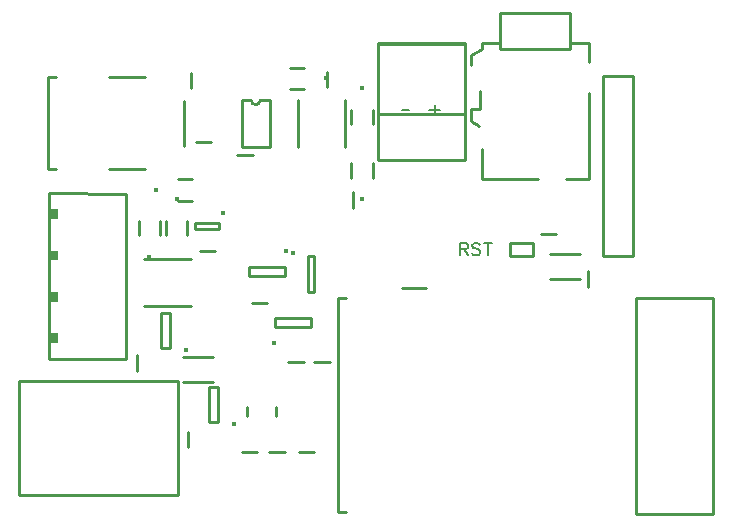
<source format=gbr>
G04 DipTrace 3.3.1.3*
G04 TopSilk.gbr*
%MOIN*%
G04 #@! TF.FileFunction,Legend,Top*
G04 #@! TF.Part,Single*
%ADD10C,0.009843*%
%ADD33C,0.015746*%
%ADD35C,0.015762*%
%ADD39C,0.015743*%
%ADD58C,0.015422*%
%ADD60C,0.015415*%
%ADD64C,0.015395*%
%ADD72C,0.015401*%
%ADD168C,0.006176*%
%FSLAX26Y26*%
G04*
G70*
G90*
G75*
G01*
G04 TopSilk*
%LPD*%
X1288547Y958997D2*
D10*
X1339689D1*
X879058Y1872382D2*
Y1923524D1*
X1032642Y1651911D2*
X1083783D1*
X1331814Y1876319D2*
Y1927461D1*
X1418470Y1525886D2*
Y1474744D1*
X2201892Y1210965D2*
Y1262106D1*
X2095594Y1388089D2*
X2044453D1*
X697955Y931437D2*
Y982579D1*
X906657Y1329076D2*
X957799D1*
X1079886Y1155848D2*
X1131028D1*
X1138941Y659785D2*
X1190083D1*
X1201933Y958997D2*
X1253075D1*
X868089Y675417D2*
Y726559D1*
X1237366Y659785D2*
X1288508D1*
X1048390D2*
X1099531D1*
X945988Y1695218D2*
X894846D1*
X703885Y1382212D2*
Y1429444D1*
X774747Y1382212D2*
Y1429444D1*
D33*
X739316Y1309377D3*
X1255056Y1870397D2*
D10*
X1207823D1*
X1255056Y1941259D2*
X1207823D1*
D35*
X1327890Y1905828D3*
X1483406Y1799520D2*
D10*
Y1752288D1*
X1412544Y1799520D2*
Y1752288D1*
D33*
X1447975Y1872355D3*
X1412547Y1575125D2*
D10*
Y1622358D1*
X1483409Y1575125D2*
Y1622358D1*
D33*
X1447978Y1502291D3*
X865296Y1429442D2*
D10*
Y1382209D1*
X794434Y1429442D2*
Y1382209D1*
D33*
X829865Y1502276D3*
X1581839Y1207008D2*
D10*
X1660571D1*
X833816Y1569213D2*
X881046D1*
X833816Y1498351D2*
X881046D1*
D39*
X760975Y1533782D3*
X400722Y1602675D2*
D10*
Y1909766D1*
X426340D1*
X603489D2*
X725557D1*
X853508Y1831013D2*
Y1681428D1*
X725557Y1602675D2*
X603489D1*
X426340D2*
X400722D1*
X2142846Y2122362D2*
X1906650D1*
Y2004229D1*
X2142846D1*
Y2122362D1*
X2203866Y2023946D2*
X2140854D1*
X2203866Y1571187D2*
X2129075D1*
X1849571Y2004229D2*
Y2023946D1*
X1908598D1*
X2203866Y1960953D2*
Y2023946D1*
X1849571Y2004229D2*
X1810161Y1984568D1*
Y1949089D1*
X1837748Y1748358D2*
X1810161Y1764121D1*
Y1803498D1*
X1841689D1*
Y1862537D1*
X1849571Y1571187D2*
Y1669603D1*
X2203866Y1571187D2*
Y1858582D1*
X2034579Y1571187D2*
X1849571D1*
X2352309Y1912492D2*
X2252307D1*
Y1312547D1*
X2352309D1*
Y1912492D1*
X1501121Y2023938D2*
X1792465D1*
Y1634178D1*
X1501121D1*
Y2023938D1*
X404680Y1521953D2*
Y970803D1*
X660575Y970748D1*
Y1521953D1*
X404680Y1522008D1*
G36*
X433162Y1468811D2*
X401651D1*
Y1437279D1*
X433162D1*
Y1468811D1*
G37*
G36*
Y1331051D2*
X401651D1*
Y1299519D1*
X433162D1*
Y1331051D1*
G37*
G36*
Y1193292D2*
X401651D1*
Y1161704D1*
X433162D1*
Y1193292D1*
G37*
G36*
Y1055477D2*
X401651D1*
Y1023945D1*
X433162D1*
Y1055477D1*
G37*
X850732Y978071D2*
D10*
X950732D1*
X850732Y893819D2*
X950732D1*
X2073764Y1321969D2*
X2173764D1*
X2073764Y1237717D2*
X2173764D1*
X1501126Y2021966D2*
X1792465D1*
Y1785745D1*
X1501126D1*
Y2021966D1*
X1392858Y1834960D2*
Y1677481D1*
X1235378Y1834960D2*
Y1677481D1*
X1064114Y811374D2*
Y779889D1*
X1162547Y811374D2*
Y779889D1*
X719652Y1303465D2*
X877130D1*
X719652Y1145984D2*
X877130D1*
D58*
X1216732Y1322503D3*
X1266874Y1313302D2*
D10*
Y1195197D1*
X1286559D1*
Y1313302D1*
X1266874D1*
D60*
X984728Y1457939D3*
X971603Y1423538D2*
D10*
X892856D1*
Y1403864D1*
X971603D1*
Y1423538D1*
X1940098Y1356969D2*
X2016870Y1357163D1*
X1940098Y1312717D2*
Y1357204D1*
Y1312912D2*
X2016870D1*
Y1312717D2*
Y1357204D1*
D64*
X1022838Y755090D3*
X968772Y760353D2*
D10*
Y878461D1*
X937282Y760353D2*
Y878461D1*
X968772D2*
X937282D1*
X968772Y760353D2*
X937282D1*
X1046401Y1833975D2*
X1077890D1*
X1046401D2*
Y1676497D1*
X1109402Y1833975D2*
X1140891D1*
X1046401Y1676497D2*
X1140891D1*
Y1833975D1*
X1077890D2*
G03X1109402Y1833975I15756J8D01*
G01*
D72*
X1153346Y1023060D3*
X1158609Y1077125D2*
D10*
X1276717D1*
X1158609Y1108616D2*
X1276717D1*
Y1077125D2*
Y1108616D1*
X1158609Y1077125D2*
Y1108616D1*
X304276Y515662D2*
X835772D1*
Y897542D1*
X304276D1*
Y515662D1*
X2618044Y1172584D2*
X2361794D1*
Y453875D1*
X2618044D1*
Y1172584D1*
X1393420D2*
X1368420D1*
X1368045Y535077D1*
X1368420Y460081D2*
X1393420D1*
X1368420D2*
Y553845D1*
D72*
X1195363Y1331901D3*
X1190100Y1277835D2*
D10*
X1071992D1*
X1190100Y1246345D2*
X1071992D1*
Y1277835D2*
Y1246345D1*
X1190100Y1277835D2*
Y1246345D1*
D64*
X862239Y1000960D3*
X808174Y1006223D2*
D10*
Y1124331D1*
X776683Y1006223D2*
Y1124331D1*
X808174D2*
X776683D1*
X808174Y1006223D2*
X776683D1*
X1690028Y1818343D2*
D168*
Y1783899D1*
X1672828Y1801099D2*
X1707272D1*
X1582277Y1801121D2*
X1604385D1*
X1775954Y1337681D2*
X1793154D1*
X1798902Y1339627D1*
X1800847Y1341528D1*
X1802749Y1345331D1*
Y1349177D1*
X1800847Y1352980D1*
X1798902Y1354925D1*
X1793154Y1356827D1*
X1775954D1*
Y1316635D1*
X1789351Y1337681D2*
X1802749Y1316635D1*
X1841895Y1351079D2*
X1838092Y1354925D1*
X1832344Y1356827D1*
X1824695D1*
X1818947Y1354925D1*
X1815100Y1351079D1*
Y1347276D1*
X1817046Y1343429D1*
X1818947Y1341528D1*
X1822749Y1339627D1*
X1834245Y1335780D1*
X1838092Y1333879D1*
X1839993Y1331933D1*
X1841895Y1328131D1*
Y1322383D1*
X1838092Y1318580D1*
X1832344Y1316635D1*
X1824695D1*
X1818947Y1318580D1*
X1815100Y1322383D1*
X1867643Y1356827D2*
Y1316635D1*
X1854246Y1356827D2*
X1881041D1*
M02*

</source>
